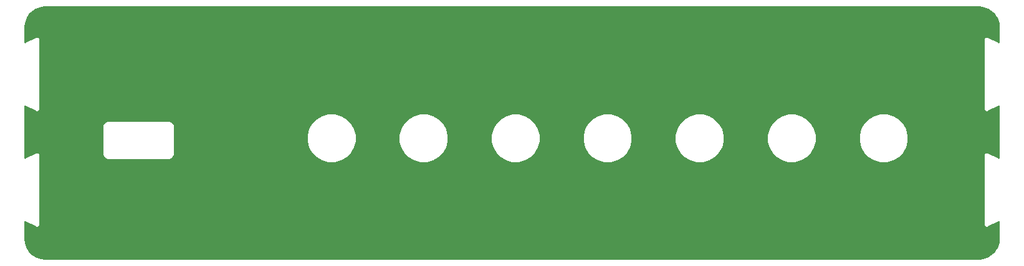
<source format=gbr>
G04 EAGLE Gerber RS-274X export*
G75*
%MOMM*%
%FSLAX34Y34*%
%LPD*%
%INTop Copper*%
%IPPOS*%
%AMOC8*
5,1,8,0,0,1.08239X$1,22.5*%
G01*
%ADD10C,4.316000*%

G36*
X1300022Y2543D02*
X1300022Y2543D01*
X1300100Y2545D01*
X1304197Y2867D01*
X1304264Y2881D01*
X1304333Y2885D01*
X1304489Y2925D01*
X1312282Y5457D01*
X1312390Y5508D01*
X1312500Y5551D01*
X1312551Y5584D01*
X1312570Y5593D01*
X1312586Y5606D01*
X1312636Y5638D01*
X1319265Y10454D01*
X1319352Y10535D01*
X1319443Y10611D01*
X1319482Y10658D01*
X1319497Y10672D01*
X1319508Y10689D01*
X1319546Y10735D01*
X1324362Y17364D01*
X1324420Y17468D01*
X1324483Y17568D01*
X1324506Y17625D01*
X1324516Y17643D01*
X1324521Y17662D01*
X1324543Y17718D01*
X1327075Y25511D01*
X1327088Y25579D01*
X1327110Y25644D01*
X1327133Y25803D01*
X1327455Y29900D01*
X1327454Y29922D01*
X1327459Y30000D01*
X1327459Y53835D01*
X1327447Y53929D01*
X1327445Y54024D01*
X1327428Y54086D01*
X1327419Y54151D01*
X1327385Y54239D01*
X1327359Y54330D01*
X1327326Y54386D01*
X1327302Y54447D01*
X1327247Y54523D01*
X1327199Y54605D01*
X1327154Y54651D01*
X1327116Y54704D01*
X1327043Y54764D01*
X1326976Y54832D01*
X1326921Y54865D01*
X1326871Y54907D01*
X1326785Y54947D01*
X1326704Y54996D01*
X1326642Y55015D01*
X1326583Y55042D01*
X1326490Y55060D01*
X1326399Y55087D01*
X1326334Y55090D01*
X1326271Y55102D01*
X1326176Y55096D01*
X1326082Y55100D01*
X1326018Y55086D01*
X1325953Y55082D01*
X1325863Y55053D01*
X1325771Y55033D01*
X1325668Y54990D01*
X1325651Y54984D01*
X1325642Y54979D01*
X1325622Y54971D01*
X1311689Y48004D01*
X1311587Y47935D01*
X1311480Y47873D01*
X1311441Y47838D01*
X1311425Y47827D01*
X1311411Y47811D01*
X1311359Y47766D01*
X1311052Y47459D01*
X1310899Y47459D01*
X1310845Y47452D01*
X1310791Y47455D01*
X1310688Y47433D01*
X1310584Y47419D01*
X1310533Y47399D01*
X1310480Y47388D01*
X1310332Y47325D01*
X1310195Y47257D01*
X1309783Y47394D01*
X1309662Y47418D01*
X1309542Y47449D01*
X1309490Y47452D01*
X1309471Y47456D01*
X1309450Y47455D01*
X1309382Y47459D01*
X1308948Y47459D01*
X1308839Y47567D01*
X1308796Y47601D01*
X1308759Y47641D01*
X1308671Y47698D01*
X1308588Y47762D01*
X1308538Y47784D01*
X1308492Y47814D01*
X1308343Y47874D01*
X1308198Y47922D01*
X1308004Y48311D01*
X1307935Y48413D01*
X1307873Y48520D01*
X1307838Y48559D01*
X1307827Y48575D01*
X1307811Y48589D01*
X1307766Y48641D01*
X1307459Y48948D01*
X1307459Y49101D01*
X1307452Y49155D01*
X1307455Y49209D01*
X1307433Y49312D01*
X1307419Y49416D01*
X1307399Y49467D01*
X1307388Y49520D01*
X1307325Y49668D01*
X1307257Y49805D01*
X1307394Y50217D01*
X1307418Y50338D01*
X1307449Y50458D01*
X1307452Y50510D01*
X1307456Y50529D01*
X1307455Y50550D01*
X1307459Y50618D01*
X1307459Y144382D01*
X1307444Y144504D01*
X1307435Y144627D01*
X1307422Y144678D01*
X1307419Y144697D01*
X1307412Y144717D01*
X1307394Y144783D01*
X1307257Y145195D01*
X1307325Y145332D01*
X1307343Y145383D01*
X1307370Y145431D01*
X1307396Y145533D01*
X1307431Y145632D01*
X1307435Y145686D01*
X1307449Y145739D01*
X1307459Y145899D01*
X1307459Y146052D01*
X1307766Y146359D01*
X1307842Y146457D01*
X1307923Y146550D01*
X1307949Y146596D01*
X1307961Y146611D01*
X1307970Y146630D01*
X1308004Y146689D01*
X1308198Y147078D01*
X1308343Y147126D01*
X1308392Y147149D01*
X1308445Y147165D01*
X1308535Y147218D01*
X1308630Y147263D01*
X1308672Y147299D01*
X1308719Y147326D01*
X1308839Y147433D01*
X1308948Y147541D01*
X1309382Y147541D01*
X1309504Y147556D01*
X1309627Y147565D01*
X1309678Y147578D01*
X1309697Y147581D01*
X1309717Y147588D01*
X1309783Y147606D01*
X1310195Y147743D01*
X1310332Y147675D01*
X1310383Y147657D01*
X1310431Y147630D01*
X1310533Y147604D01*
X1310632Y147569D01*
X1310686Y147565D01*
X1310739Y147551D01*
X1310899Y147541D01*
X1311052Y147541D01*
X1311359Y147234D01*
X1311457Y147158D01*
X1311550Y147077D01*
X1311596Y147051D01*
X1311611Y147039D01*
X1311630Y147030D01*
X1311689Y146996D01*
X1325622Y140029D01*
X1325712Y139998D01*
X1325797Y139958D01*
X1325861Y139946D01*
X1325922Y139924D01*
X1326017Y139916D01*
X1326110Y139898D01*
X1326174Y139902D01*
X1326239Y139896D01*
X1326333Y139912D01*
X1326427Y139918D01*
X1326489Y139938D01*
X1326553Y139948D01*
X1326640Y139987D01*
X1326729Y140016D01*
X1326784Y140051D01*
X1326844Y140077D01*
X1326918Y140135D01*
X1326998Y140186D01*
X1327043Y140233D01*
X1327094Y140274D01*
X1327151Y140349D01*
X1327216Y140418D01*
X1327247Y140474D01*
X1327287Y140526D01*
X1327324Y140613D01*
X1327370Y140696D01*
X1327386Y140759D01*
X1327411Y140819D01*
X1327425Y140913D01*
X1327449Y141004D01*
X1327456Y141115D01*
X1327459Y141133D01*
X1327458Y141143D01*
X1327459Y141165D01*
X1327459Y211335D01*
X1327447Y211429D01*
X1327445Y211524D01*
X1327428Y211586D01*
X1327419Y211651D01*
X1327385Y211739D01*
X1327359Y211830D01*
X1327326Y211886D01*
X1327302Y211947D01*
X1327247Y212023D01*
X1327199Y212105D01*
X1327154Y212151D01*
X1327116Y212204D01*
X1327043Y212264D01*
X1326976Y212332D01*
X1326921Y212365D01*
X1326871Y212407D01*
X1326785Y212447D01*
X1326704Y212496D01*
X1326642Y212515D01*
X1326583Y212542D01*
X1326490Y212560D01*
X1326399Y212587D01*
X1326334Y212590D01*
X1326271Y212602D01*
X1326176Y212596D01*
X1326082Y212600D01*
X1326018Y212586D01*
X1325953Y212582D01*
X1325863Y212553D01*
X1325771Y212533D01*
X1325668Y212490D01*
X1325651Y212484D01*
X1325642Y212479D01*
X1325622Y212471D01*
X1311689Y205504D01*
X1311630Y205465D01*
X1311628Y205464D01*
X1311619Y205457D01*
X1311587Y205435D01*
X1311480Y205373D01*
X1311441Y205338D01*
X1311425Y205327D01*
X1311411Y205311D01*
X1311374Y205279D01*
X1311371Y205277D01*
X1311370Y205275D01*
X1311359Y205266D01*
X1311052Y204959D01*
X1310899Y204959D01*
X1310845Y204952D01*
X1310791Y204955D01*
X1310688Y204933D01*
X1310584Y204919D01*
X1310533Y204899D01*
X1310480Y204888D01*
X1310332Y204825D01*
X1310195Y204757D01*
X1309783Y204894D01*
X1309662Y204918D01*
X1309542Y204949D01*
X1309490Y204952D01*
X1309471Y204956D01*
X1309450Y204955D01*
X1309382Y204959D01*
X1308948Y204959D01*
X1308839Y205067D01*
X1308796Y205101D01*
X1308759Y205141D01*
X1308671Y205198D01*
X1308588Y205262D01*
X1308538Y205284D01*
X1308492Y205314D01*
X1308343Y205374D01*
X1308198Y205422D01*
X1308004Y205811D01*
X1307935Y205913D01*
X1307873Y206020D01*
X1307838Y206059D01*
X1307827Y206075D01*
X1307811Y206089D01*
X1307766Y206141D01*
X1307459Y206448D01*
X1307459Y206601D01*
X1307452Y206655D01*
X1307455Y206709D01*
X1307433Y206812D01*
X1307419Y206916D01*
X1307399Y206967D01*
X1307388Y207020D01*
X1307325Y207168D01*
X1307257Y207305D01*
X1307394Y207717D01*
X1307418Y207838D01*
X1307449Y207958D01*
X1307452Y208010D01*
X1307456Y208029D01*
X1307455Y208050D01*
X1307459Y208118D01*
X1307459Y301882D01*
X1307444Y302004D01*
X1307435Y302127D01*
X1307422Y302178D01*
X1307419Y302197D01*
X1307412Y302217D01*
X1307394Y302283D01*
X1307257Y302695D01*
X1307325Y302832D01*
X1307343Y302883D01*
X1307370Y302931D01*
X1307396Y303033D01*
X1307431Y303132D01*
X1307435Y303186D01*
X1307449Y303239D01*
X1307459Y303399D01*
X1307459Y303552D01*
X1307766Y303859D01*
X1307842Y303957D01*
X1307923Y304050D01*
X1307949Y304096D01*
X1307961Y304111D01*
X1307970Y304130D01*
X1308004Y304189D01*
X1308198Y304578D01*
X1308343Y304626D01*
X1308392Y304649D01*
X1308445Y304665D01*
X1308535Y304718D01*
X1308630Y304763D01*
X1308672Y304798D01*
X1308719Y304826D01*
X1308839Y304933D01*
X1308948Y305041D01*
X1309382Y305041D01*
X1309504Y305056D01*
X1309627Y305065D01*
X1309678Y305078D01*
X1309697Y305081D01*
X1309717Y305088D01*
X1309783Y305106D01*
X1310195Y305243D01*
X1310332Y305175D01*
X1310383Y305157D01*
X1310431Y305130D01*
X1310533Y305104D01*
X1310632Y305069D01*
X1310686Y305065D01*
X1310739Y305051D01*
X1310899Y305041D01*
X1311052Y305041D01*
X1311359Y304734D01*
X1311457Y304658D01*
X1311550Y304577D01*
X1311596Y304551D01*
X1311611Y304539D01*
X1311630Y304530D01*
X1311689Y304496D01*
X1325622Y297529D01*
X1325712Y297498D01*
X1325797Y297458D01*
X1325861Y297446D01*
X1325922Y297424D01*
X1326017Y297416D01*
X1326110Y297398D01*
X1326174Y297402D01*
X1326239Y297396D01*
X1326333Y297412D01*
X1326427Y297418D01*
X1326489Y297438D01*
X1326553Y297448D01*
X1326640Y297487D01*
X1326729Y297516D01*
X1326784Y297551D01*
X1326844Y297577D01*
X1326918Y297635D01*
X1326998Y297686D01*
X1327043Y297733D01*
X1327094Y297774D01*
X1327151Y297849D01*
X1327216Y297918D01*
X1327247Y297974D01*
X1327287Y298026D01*
X1327324Y298113D01*
X1327370Y298196D01*
X1327386Y298259D01*
X1327411Y298319D01*
X1327425Y298413D01*
X1327449Y298504D01*
X1327456Y298615D01*
X1327459Y298633D01*
X1327458Y298643D01*
X1327459Y298665D01*
X1327459Y320000D01*
X1327457Y320022D01*
X1327455Y320100D01*
X1327133Y324197D01*
X1327119Y324264D01*
X1327115Y324333D01*
X1327075Y324489D01*
X1324543Y332282D01*
X1324492Y332390D01*
X1324449Y332500D01*
X1324416Y332551D01*
X1324407Y332570D01*
X1324394Y332586D01*
X1324362Y332636D01*
X1319546Y339265D01*
X1319465Y339352D01*
X1319389Y339443D01*
X1319342Y339482D01*
X1319328Y339497D01*
X1319311Y339508D01*
X1319265Y339546D01*
X1312636Y344362D01*
X1312532Y344420D01*
X1312432Y344483D01*
X1312375Y344506D01*
X1312357Y344516D01*
X1312338Y344521D01*
X1312282Y344543D01*
X1304489Y347075D01*
X1304421Y347088D01*
X1304356Y347110D01*
X1304197Y347133D01*
X1300100Y347455D01*
X1300078Y347454D01*
X1300000Y347459D01*
X30000Y347459D01*
X29978Y347457D01*
X29900Y347455D01*
X25803Y347133D01*
X25736Y347119D01*
X25667Y347115D01*
X25511Y347075D01*
X17718Y344543D01*
X17610Y344492D01*
X17500Y344449D01*
X17449Y344416D01*
X17430Y344407D01*
X17414Y344394D01*
X17364Y344362D01*
X10735Y339546D01*
X10648Y339465D01*
X10557Y339389D01*
X10518Y339342D01*
X10503Y339328D01*
X10492Y339311D01*
X10454Y339265D01*
X5638Y332636D01*
X5580Y332532D01*
X5517Y332432D01*
X5494Y332375D01*
X5484Y332357D01*
X5479Y332338D01*
X5457Y332282D01*
X2925Y324489D01*
X2912Y324421D01*
X2890Y324356D01*
X2867Y324197D01*
X2545Y320100D01*
X2546Y320078D01*
X2541Y320000D01*
X2541Y298665D01*
X2553Y298571D01*
X2555Y298476D01*
X2572Y298414D01*
X2581Y298349D01*
X2615Y298261D01*
X2641Y298170D01*
X2674Y298114D01*
X2698Y298053D01*
X2753Y297977D01*
X2801Y297895D01*
X2846Y297849D01*
X2884Y297796D01*
X2957Y297736D01*
X3024Y297668D01*
X3079Y297635D01*
X3129Y297593D01*
X3215Y297553D01*
X3296Y297504D01*
X3358Y297485D01*
X3417Y297458D01*
X3510Y297440D01*
X3601Y297413D01*
X3666Y297410D01*
X3729Y297398D01*
X3824Y297404D01*
X3918Y297400D01*
X3982Y297414D01*
X4047Y297418D01*
X4137Y297447D01*
X4229Y297467D01*
X4332Y297510D01*
X4349Y297516D01*
X4358Y297521D01*
X4378Y297529D01*
X18311Y304496D01*
X18413Y304565D01*
X18520Y304627D01*
X18559Y304662D01*
X18575Y304673D01*
X18589Y304689D01*
X18641Y304734D01*
X18948Y305041D01*
X19101Y305041D01*
X19155Y305048D01*
X19209Y305045D01*
X19312Y305067D01*
X19416Y305081D01*
X19467Y305101D01*
X19520Y305112D01*
X19668Y305175D01*
X19805Y305243D01*
X20217Y305106D01*
X20338Y305082D01*
X20458Y305051D01*
X20510Y305048D01*
X20529Y305044D01*
X20550Y305045D01*
X20618Y305041D01*
X21052Y305041D01*
X21161Y304933D01*
X21204Y304899D01*
X21241Y304859D01*
X21329Y304802D01*
X21412Y304738D01*
X21462Y304716D01*
X21508Y304686D01*
X21657Y304626D01*
X21802Y304578D01*
X21996Y304189D01*
X22064Y304087D01*
X22127Y303980D01*
X22162Y303941D01*
X22173Y303925D01*
X22189Y303911D01*
X22234Y303859D01*
X22541Y303552D01*
X22541Y303399D01*
X22548Y303345D01*
X22545Y303291D01*
X22567Y303188D01*
X22581Y303084D01*
X22601Y303033D01*
X22612Y302980D01*
X22675Y302832D01*
X22743Y302695D01*
X22606Y302283D01*
X22582Y302162D01*
X22551Y302042D01*
X22548Y301990D01*
X22544Y301971D01*
X22545Y301950D01*
X22541Y301882D01*
X22541Y208118D01*
X22556Y207996D01*
X22565Y207873D01*
X22578Y207822D01*
X22581Y207803D01*
X22588Y207783D01*
X22606Y207717D01*
X22743Y207305D01*
X22675Y207168D01*
X22657Y207117D01*
X22630Y207069D01*
X22604Y206968D01*
X22569Y206868D01*
X22565Y206814D01*
X22551Y206761D01*
X22541Y206601D01*
X22541Y206448D01*
X22234Y206141D01*
X22158Y206043D01*
X22077Y205950D01*
X22050Y205904D01*
X22039Y205889D01*
X22030Y205870D01*
X21996Y205811D01*
X21802Y205422D01*
X21657Y205374D01*
X21608Y205351D01*
X21555Y205335D01*
X21465Y205282D01*
X21370Y205237D01*
X21328Y205202D01*
X21281Y205174D01*
X21161Y205067D01*
X21052Y204959D01*
X20618Y204959D01*
X20496Y204944D01*
X20373Y204935D01*
X20322Y204922D01*
X20303Y204919D01*
X20283Y204912D01*
X20217Y204894D01*
X19805Y204757D01*
X19668Y204825D01*
X19617Y204843D01*
X19569Y204870D01*
X19468Y204896D01*
X19368Y204931D01*
X19314Y204935D01*
X19261Y204949D01*
X19101Y204959D01*
X18948Y204959D01*
X18641Y205266D01*
X18556Y205332D01*
X18507Y205378D01*
X18493Y205386D01*
X18450Y205423D01*
X18404Y205449D01*
X18389Y205461D01*
X18370Y205470D01*
X18311Y205504D01*
X4378Y212471D01*
X4288Y212502D01*
X4203Y212542D01*
X4139Y212554D01*
X4078Y212576D01*
X3983Y212584D01*
X3890Y212602D01*
X3826Y212598D01*
X3761Y212604D01*
X3667Y212588D01*
X3573Y212582D01*
X3511Y212562D01*
X3447Y212552D01*
X3360Y212513D01*
X3271Y212484D01*
X3216Y212449D01*
X3156Y212423D01*
X3082Y212365D01*
X3002Y212314D01*
X2957Y212267D01*
X2906Y212226D01*
X2849Y212151D01*
X2784Y212082D01*
X2753Y212026D01*
X2713Y211974D01*
X2676Y211886D01*
X2630Y211804D01*
X2614Y211741D01*
X2589Y211681D01*
X2575Y211587D01*
X2551Y211496D01*
X2544Y211385D01*
X2541Y211367D01*
X2542Y211357D01*
X2541Y211335D01*
X2541Y141165D01*
X2553Y141071D01*
X2555Y140976D01*
X2572Y140914D01*
X2581Y140849D01*
X2615Y140761D01*
X2641Y140670D01*
X2674Y140614D01*
X2698Y140553D01*
X2753Y140477D01*
X2801Y140395D01*
X2846Y140349D01*
X2884Y140296D01*
X2957Y140236D01*
X3024Y140168D01*
X3079Y140135D01*
X3129Y140093D01*
X3215Y140053D01*
X3296Y140004D01*
X3358Y139985D01*
X3417Y139958D01*
X3510Y139940D01*
X3601Y139913D01*
X3666Y139910D01*
X3729Y139898D01*
X3824Y139904D01*
X3918Y139900D01*
X3982Y139914D01*
X4047Y139918D01*
X4137Y139947D01*
X4229Y139967D01*
X4332Y140010D01*
X4349Y140016D01*
X4358Y140021D01*
X4378Y140029D01*
X18311Y146996D01*
X18413Y147065D01*
X18520Y147127D01*
X18559Y147162D01*
X18575Y147173D01*
X18589Y147189D01*
X18641Y147234D01*
X18948Y147541D01*
X19101Y147541D01*
X19155Y147548D01*
X19209Y147545D01*
X19312Y147567D01*
X19416Y147581D01*
X19467Y147601D01*
X19520Y147612D01*
X19668Y147675D01*
X19805Y147743D01*
X20217Y147606D01*
X20338Y147582D01*
X20458Y147551D01*
X20510Y147548D01*
X20529Y147544D01*
X20550Y147545D01*
X20618Y147541D01*
X21052Y147541D01*
X21161Y147433D01*
X21204Y147399D01*
X21241Y147359D01*
X21329Y147302D01*
X21412Y147238D01*
X21462Y147216D01*
X21508Y147186D01*
X21657Y147126D01*
X21802Y147078D01*
X21996Y146689D01*
X22065Y146587D01*
X22127Y146480D01*
X22162Y146441D01*
X22173Y146425D01*
X22189Y146411D01*
X22234Y146359D01*
X22541Y146052D01*
X22541Y145899D01*
X22548Y145845D01*
X22545Y145791D01*
X22567Y145688D01*
X22581Y145584D01*
X22601Y145533D01*
X22612Y145480D01*
X22675Y145332D01*
X22743Y145195D01*
X22606Y144783D01*
X22582Y144662D01*
X22551Y144542D01*
X22548Y144490D01*
X22544Y144471D01*
X22545Y144450D01*
X22541Y144382D01*
X22541Y50618D01*
X22556Y50496D01*
X22565Y50373D01*
X22578Y50322D01*
X22581Y50303D01*
X22588Y50283D01*
X22606Y50217D01*
X22743Y49805D01*
X22675Y49668D01*
X22657Y49617D01*
X22630Y49569D01*
X22604Y49468D01*
X22569Y49368D01*
X22565Y49314D01*
X22551Y49261D01*
X22541Y49101D01*
X22541Y48948D01*
X22234Y48641D01*
X22158Y48543D01*
X22077Y48450D01*
X22050Y48404D01*
X22039Y48389D01*
X22030Y48370D01*
X21996Y48311D01*
X21802Y47922D01*
X21657Y47874D01*
X21608Y47851D01*
X21555Y47835D01*
X21465Y47782D01*
X21370Y47737D01*
X21328Y47702D01*
X21281Y47674D01*
X21161Y47567D01*
X21052Y47459D01*
X20618Y47459D01*
X20496Y47444D01*
X20373Y47435D01*
X20322Y47422D01*
X20303Y47419D01*
X20283Y47412D01*
X20217Y47394D01*
X19805Y47257D01*
X19668Y47325D01*
X19617Y47343D01*
X19569Y47370D01*
X19468Y47396D01*
X19368Y47431D01*
X19314Y47435D01*
X19261Y47449D01*
X19101Y47459D01*
X18948Y47459D01*
X18641Y47766D01*
X18543Y47842D01*
X18450Y47923D01*
X18404Y47949D01*
X18389Y47961D01*
X18370Y47970D01*
X18311Y48004D01*
X4378Y54971D01*
X4288Y55002D01*
X4203Y55042D01*
X4139Y55054D01*
X4078Y55076D01*
X3983Y55084D01*
X3890Y55102D01*
X3826Y55098D01*
X3761Y55104D01*
X3667Y55088D01*
X3573Y55082D01*
X3511Y55062D01*
X3447Y55052D01*
X3360Y55013D01*
X3271Y54984D01*
X3216Y54949D01*
X3156Y54923D01*
X3082Y54865D01*
X3002Y54814D01*
X2957Y54767D01*
X2906Y54726D01*
X2849Y54651D01*
X2784Y54582D01*
X2753Y54526D01*
X2713Y54474D01*
X2676Y54387D01*
X2630Y54304D01*
X2614Y54241D01*
X2589Y54181D01*
X2575Y54087D01*
X2551Y53996D01*
X2544Y53885D01*
X2541Y53867D01*
X2542Y53857D01*
X2541Y53835D01*
X2541Y30000D01*
X2543Y29978D01*
X2545Y29900D01*
X2867Y25803D01*
X2881Y25736D01*
X2885Y25667D01*
X2925Y25511D01*
X5457Y17718D01*
X5508Y17610D01*
X5551Y17500D01*
X5584Y17449D01*
X5593Y17430D01*
X5606Y17414D01*
X5638Y17364D01*
X10454Y10735D01*
X10535Y10648D01*
X10611Y10557D01*
X10658Y10518D01*
X10672Y10503D01*
X10689Y10492D01*
X10735Y10454D01*
X10810Y10399D01*
X17364Y5638D01*
X17468Y5580D01*
X17568Y5517D01*
X17625Y5494D01*
X17643Y5484D01*
X17662Y5479D01*
X17718Y5457D01*
X25511Y2925D01*
X25579Y2912D01*
X25644Y2890D01*
X25803Y2867D01*
X29900Y2545D01*
X29922Y2546D01*
X30000Y2541D01*
X1300000Y2541D01*
X1300022Y2543D01*
G37*
%LPC*%
G36*
X115679Y139559D02*
X115679Y139559D01*
X112180Y141580D01*
X110159Y145079D01*
X110159Y185121D01*
X112180Y188620D01*
X115679Y190641D01*
X199721Y190641D01*
X203220Y188620D01*
X205241Y185121D01*
X205241Y145079D01*
X203220Y141580D01*
X199721Y139559D01*
X115679Y139559D01*
G37*
%LPD*%
%LPC*%
G36*
X1165680Y135259D02*
X1165680Y135259D01*
X1157404Y137477D01*
X1149983Y141761D01*
X1143925Y147819D01*
X1139641Y155240D01*
X1137423Y163516D01*
X1137423Y172084D01*
X1139641Y180360D01*
X1143925Y187781D01*
X1149983Y193839D01*
X1157404Y198123D01*
X1165680Y200341D01*
X1174248Y200341D01*
X1182524Y198123D01*
X1189945Y193839D01*
X1196003Y187781D01*
X1200287Y180360D01*
X1202505Y172084D01*
X1202505Y163516D01*
X1200287Y155240D01*
X1196003Y147819D01*
X1189945Y141761D01*
X1182524Y137477D01*
X1174248Y135259D01*
X1165680Y135259D01*
G37*
%LPD*%
%LPC*%
G36*
X1040680Y135259D02*
X1040680Y135259D01*
X1032404Y137477D01*
X1024983Y141761D01*
X1018925Y147819D01*
X1014641Y155240D01*
X1012423Y163516D01*
X1012423Y172084D01*
X1014641Y180360D01*
X1018925Y187781D01*
X1024983Y193839D01*
X1032404Y198123D01*
X1040680Y200341D01*
X1049248Y200341D01*
X1057524Y198123D01*
X1064945Y193839D01*
X1071003Y187781D01*
X1075287Y180360D01*
X1077505Y172084D01*
X1077505Y163516D01*
X1075287Y155240D01*
X1071003Y147819D01*
X1064945Y141761D01*
X1057524Y137477D01*
X1049248Y135259D01*
X1040680Y135259D01*
G37*
%LPD*%
%LPC*%
G36*
X915680Y135259D02*
X915680Y135259D01*
X907404Y137477D01*
X899983Y141761D01*
X893925Y147819D01*
X889641Y155240D01*
X887423Y163516D01*
X887423Y172084D01*
X889641Y180360D01*
X893925Y187781D01*
X899983Y193839D01*
X907404Y198123D01*
X915680Y200341D01*
X924248Y200341D01*
X932524Y198123D01*
X939945Y193839D01*
X946003Y187781D01*
X950287Y180360D01*
X952505Y172084D01*
X952505Y163516D01*
X950287Y155240D01*
X946003Y147819D01*
X939945Y141761D01*
X932524Y137477D01*
X924248Y135259D01*
X915680Y135259D01*
G37*
%LPD*%
%LPC*%
G36*
X790680Y135259D02*
X790680Y135259D01*
X782404Y137477D01*
X774983Y141761D01*
X768925Y147819D01*
X764641Y155240D01*
X762423Y163516D01*
X762423Y172084D01*
X764641Y180360D01*
X768925Y187781D01*
X774983Y193839D01*
X782404Y198123D01*
X790680Y200341D01*
X799248Y200341D01*
X807524Y198123D01*
X814945Y193839D01*
X821003Y187781D01*
X825287Y180360D01*
X827505Y172084D01*
X827505Y163516D01*
X825287Y155240D01*
X821003Y147819D01*
X814945Y141761D01*
X807524Y137477D01*
X799248Y135259D01*
X790680Y135259D01*
G37*
%LPD*%
%LPC*%
G36*
X665680Y135259D02*
X665680Y135259D01*
X657404Y137477D01*
X649983Y141761D01*
X643925Y147819D01*
X639641Y155240D01*
X637423Y163516D01*
X637423Y172084D01*
X639641Y180360D01*
X643925Y187781D01*
X649983Y193839D01*
X657404Y198123D01*
X665680Y200341D01*
X674248Y200341D01*
X682524Y198123D01*
X689945Y193839D01*
X696003Y187781D01*
X700287Y180360D01*
X702505Y172084D01*
X702505Y163516D01*
X700287Y155240D01*
X696003Y147819D01*
X689945Y141761D01*
X682524Y137477D01*
X674248Y135259D01*
X665680Y135259D01*
G37*
%LPD*%
%LPC*%
G36*
X540680Y135259D02*
X540680Y135259D01*
X532404Y137477D01*
X524983Y141761D01*
X518925Y147819D01*
X514641Y155240D01*
X512423Y163516D01*
X512423Y172084D01*
X514641Y180360D01*
X518925Y187781D01*
X524983Y193839D01*
X532404Y198123D01*
X540680Y200341D01*
X549248Y200341D01*
X557524Y198123D01*
X564945Y193839D01*
X571003Y187781D01*
X575287Y180360D01*
X577505Y172084D01*
X577505Y163516D01*
X575287Y155240D01*
X571003Y147819D01*
X564945Y141761D01*
X557524Y137477D01*
X549248Y135259D01*
X540680Y135259D01*
G37*
%LPD*%
%LPC*%
G36*
X415680Y135259D02*
X415680Y135259D01*
X407404Y137477D01*
X399983Y141761D01*
X393925Y147819D01*
X389641Y155240D01*
X387423Y163516D01*
X387423Y172084D01*
X389641Y180360D01*
X393925Y187781D01*
X399983Y193839D01*
X407404Y198123D01*
X415680Y200341D01*
X424248Y200341D01*
X432524Y198123D01*
X439945Y193839D01*
X446003Y187781D01*
X450287Y180360D01*
X452505Y172084D01*
X452505Y163516D01*
X450287Y155240D01*
X446003Y147819D01*
X439945Y141761D01*
X432524Y137477D01*
X424248Y135259D01*
X415680Y135259D01*
G37*
%LPD*%
D10*
X59210Y306600D03*
X59210Y56700D03*
X1269210Y56700D03*
X1269210Y306600D03*
M02*

</source>
